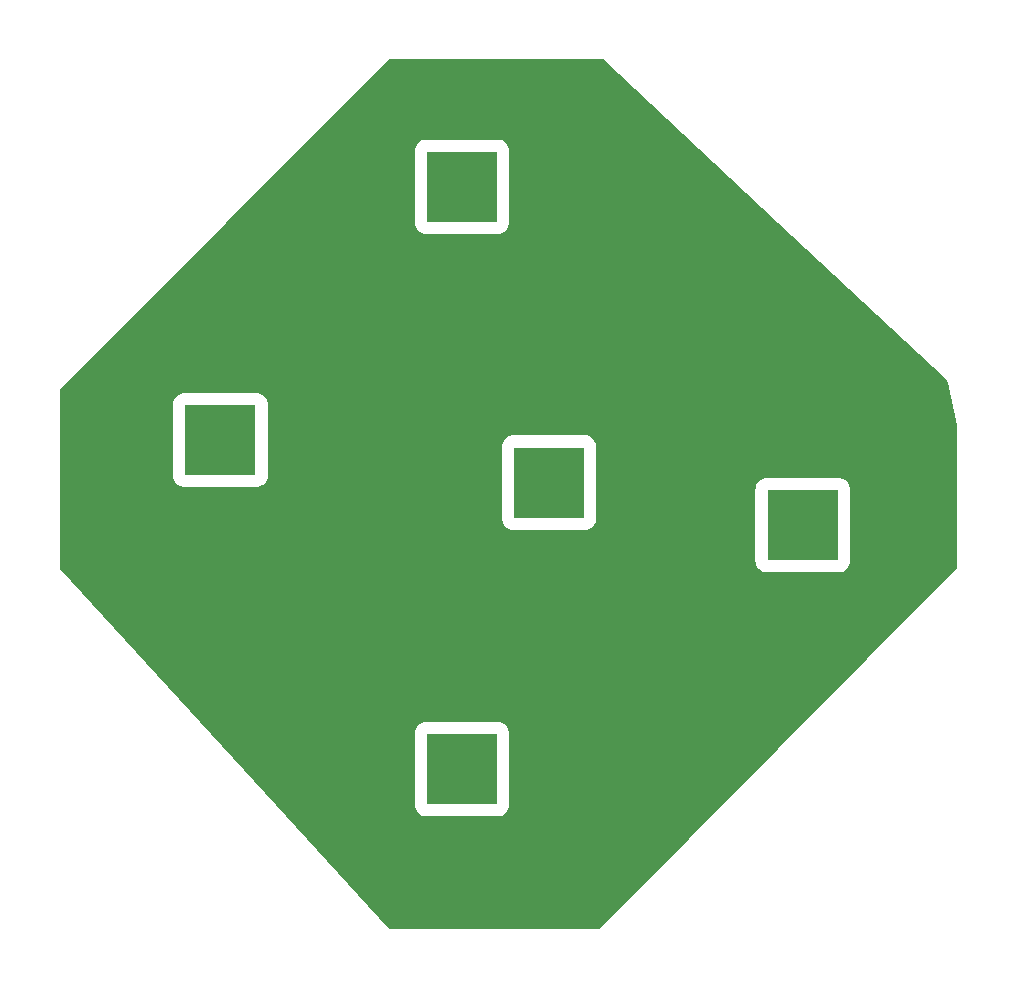
<source format=gbr>
%TF.GenerationSoftware,KiCad,Pcbnew,(6.0.9)*%
%TF.CreationDate,2023-02-05T00:50:23+02:00*%
%TF.ProjectId,power dis,706f7765-7220-4646-9973-2e6b69636164,rev?*%
%TF.SameCoordinates,Original*%
%TF.FileFunction,Copper,L1,Top*%
%TF.FilePolarity,Positive*%
%FSLAX46Y46*%
G04 Gerber Fmt 4.6, Leading zero omitted, Abs format (unit mm)*
G04 Created by KiCad (PCBNEW (6.0.9)) date 2023-02-05 00:50:23*
%MOMM*%
%LPD*%
G01*
G04 APERTURE LIST*
%TA.AperFunction,ComponentPad*%
%ADD10C,6.000000*%
%TD*%
%TA.AperFunction,ComponentPad*%
%ADD11R,6.000000X6.000000*%
%TD*%
G04 APERTURE END LIST*
D10*
%TO.P,J2,N,NEG*%
%TO.N,/+*%
X176174400Y-62318000D03*
D11*
%TO.P,J2,P,POS*%
%TO.N,/-*%
X176174400Y-55118000D03*
%TD*%
D10*
%TO.P,J2,N,NEG*%
%TO.N,/+*%
X225475800Y-55118000D03*
D11*
%TO.P,J2,P,POS*%
%TO.N,/-*%
X225475800Y-62318000D03*
%TD*%
D10*
%TO.P,J2,N,NEG*%
%TO.N,/+*%
X203828200Y-82981800D03*
D11*
%TO.P,J2,P,POS*%
%TO.N,/-*%
X196628200Y-82981800D03*
%TD*%
D10*
%TO.P,J2,N,NEG*%
%TO.N,/+*%
X203828200Y-33680400D03*
D11*
%TO.P,J2,P,POS*%
%TO.N,/-*%
X196628200Y-33680400D03*
%TD*%
D10*
%TO.P,J2,N,NEG*%
%TO.N,/+*%
X196800000Y-58718000D03*
D11*
%TO.P,J2,P,POS*%
%TO.N,/-*%
X204000000Y-58718000D03*
%TD*%
%TA.AperFunction,Conductor*%
%TO.N,/+*%
G36*
X208552501Y-22880002D02*
G01*
X208570294Y-22893834D01*
X223418535Y-36735414D01*
X237680754Y-50030703D01*
X237716372Y-50089620D01*
X237773732Y-50299292D01*
X237774717Y-50303126D01*
X238059807Y-51490613D01*
X238060670Y-51494476D01*
X238308309Y-52690274D01*
X238309051Y-52694162D01*
X238504124Y-53811887D01*
X238506000Y-53833550D01*
X238506000Y-65988118D01*
X238485998Y-66056239D01*
X238469467Y-66076840D01*
X208316967Y-96482722D01*
X208254798Y-96517007D01*
X208227500Y-96520000D01*
X190555427Y-96520000D01*
X190487306Y-96499998D01*
X190462546Y-96479141D01*
X180892981Y-86039616D01*
X192627700Y-86039616D01*
X192638434Y-86159887D01*
X192694459Y-86355270D01*
X192788627Y-86535396D01*
X192917091Y-86692909D01*
X193074604Y-86821373D01*
X193254730Y-86915541D01*
X193450113Y-86971566D01*
X193481745Y-86974389D01*
X193567591Y-86982051D01*
X193567597Y-86982051D01*
X193570384Y-86982300D01*
X199686016Y-86982300D01*
X199688803Y-86982051D01*
X199688809Y-86982051D01*
X199774655Y-86974389D01*
X199806287Y-86971566D01*
X200001670Y-86915541D01*
X200181796Y-86821373D01*
X200339309Y-86692909D01*
X200467773Y-86535396D01*
X200561941Y-86355270D01*
X200617966Y-86159887D01*
X200628700Y-86039616D01*
X200628700Y-79923984D01*
X200617966Y-79803713D01*
X200561941Y-79608330D01*
X200467773Y-79428204D01*
X200339309Y-79270691D01*
X200181796Y-79142227D01*
X200001670Y-79048059D01*
X199806287Y-78992034D01*
X199774655Y-78989211D01*
X199688809Y-78981549D01*
X199688803Y-78981549D01*
X199686016Y-78981300D01*
X193570384Y-78981300D01*
X193567597Y-78981549D01*
X193567591Y-78981549D01*
X193481745Y-78989211D01*
X193450113Y-78992034D01*
X193254730Y-79048059D01*
X193074604Y-79142227D01*
X192917091Y-79270691D01*
X192788627Y-79428204D01*
X192694459Y-79608330D01*
X192638434Y-79803713D01*
X192627700Y-79923984D01*
X192627700Y-86039616D01*
X180892981Y-86039616D01*
X162593119Y-66076130D01*
X162561832Y-66012399D01*
X162560000Y-65990989D01*
X162560000Y-65375816D01*
X221475300Y-65375816D01*
X221486034Y-65496087D01*
X221542059Y-65691470D01*
X221636227Y-65871596D01*
X221764691Y-66029109D01*
X221922204Y-66157573D01*
X222102330Y-66251741D01*
X222297713Y-66307766D01*
X222329345Y-66310589D01*
X222415191Y-66318251D01*
X222415197Y-66318251D01*
X222417984Y-66318500D01*
X228533616Y-66318500D01*
X228536403Y-66318251D01*
X228536409Y-66318251D01*
X228622255Y-66310589D01*
X228653887Y-66307766D01*
X228849270Y-66251741D01*
X229029396Y-66157573D01*
X229186909Y-66029109D01*
X229315373Y-65871596D01*
X229409541Y-65691470D01*
X229465566Y-65496087D01*
X229476300Y-65375816D01*
X229476300Y-59260184D01*
X229465566Y-59139913D01*
X229409541Y-58944530D01*
X229325368Y-58783522D01*
X229318329Y-58770058D01*
X229318328Y-58770057D01*
X229315373Y-58764404D01*
X229186909Y-58606891D01*
X229052325Y-58497127D01*
X229034340Y-58482459D01*
X229034339Y-58482458D01*
X229029396Y-58478427D01*
X228849270Y-58384259D01*
X228653887Y-58328234D01*
X228622255Y-58325411D01*
X228536409Y-58317749D01*
X228536403Y-58317749D01*
X228533616Y-58317500D01*
X222417984Y-58317500D01*
X222415197Y-58317749D01*
X222415191Y-58317749D01*
X222329345Y-58325411D01*
X222297713Y-58328234D01*
X222102330Y-58384259D01*
X221922204Y-58478427D01*
X221917261Y-58482458D01*
X221917260Y-58482459D01*
X221899275Y-58497127D01*
X221764691Y-58606891D01*
X221636227Y-58764404D01*
X221633272Y-58770057D01*
X221633271Y-58770058D01*
X221626232Y-58783522D01*
X221542059Y-58944530D01*
X221486034Y-59139913D01*
X221475300Y-59260184D01*
X221475300Y-65375816D01*
X162560000Y-65375816D01*
X162560000Y-61775816D01*
X199999500Y-61775816D01*
X200010234Y-61896087D01*
X200066259Y-62091470D01*
X200160427Y-62271596D01*
X200288891Y-62429109D01*
X200446404Y-62557573D01*
X200626530Y-62651741D01*
X200821913Y-62707766D01*
X200853545Y-62710589D01*
X200939391Y-62718251D01*
X200939397Y-62718251D01*
X200942184Y-62718500D01*
X207057816Y-62718500D01*
X207060603Y-62718251D01*
X207060609Y-62718251D01*
X207146455Y-62710589D01*
X207178087Y-62707766D01*
X207373470Y-62651741D01*
X207553596Y-62557573D01*
X207711109Y-62429109D01*
X207839573Y-62271596D01*
X207933741Y-62091470D01*
X207989766Y-61896087D01*
X208000500Y-61775816D01*
X208000500Y-55660184D01*
X207989766Y-55539913D01*
X207933741Y-55344530D01*
X207839573Y-55164404D01*
X207711109Y-55006891D01*
X207553596Y-54878427D01*
X207373470Y-54784259D01*
X207178087Y-54728234D01*
X207146455Y-54725411D01*
X207060609Y-54717749D01*
X207060603Y-54717749D01*
X207057816Y-54717500D01*
X200942184Y-54717500D01*
X200939397Y-54717749D01*
X200939391Y-54717749D01*
X200853545Y-54725411D01*
X200821913Y-54728234D01*
X200626530Y-54784259D01*
X200446404Y-54878427D01*
X200288891Y-55006891D01*
X200160427Y-55164404D01*
X200066259Y-55344530D01*
X200010234Y-55539913D01*
X199999500Y-55660184D01*
X199999500Y-61775816D01*
X162560000Y-61775816D01*
X162560000Y-58175816D01*
X172173900Y-58175816D01*
X172184634Y-58296087D01*
X172240659Y-58491470D01*
X172334827Y-58671596D01*
X172463291Y-58829109D01*
X172468231Y-58833138D01*
X172612338Y-58950668D01*
X172620804Y-58957573D01*
X172800930Y-59051741D01*
X172996313Y-59107766D01*
X173027945Y-59110589D01*
X173113791Y-59118251D01*
X173113797Y-59118251D01*
X173116584Y-59118500D01*
X179232216Y-59118500D01*
X179235003Y-59118251D01*
X179235009Y-59118251D01*
X179320855Y-59110589D01*
X179352487Y-59107766D01*
X179547870Y-59051741D01*
X179727996Y-58957573D01*
X179736463Y-58950668D01*
X179880569Y-58833138D01*
X179885509Y-58829109D01*
X180013973Y-58671596D01*
X180108141Y-58491470D01*
X180164166Y-58296087D01*
X180174900Y-58175816D01*
X180174900Y-52060184D01*
X180164166Y-51939913D01*
X180108141Y-51744530D01*
X180013973Y-51564404D01*
X179885509Y-51406891D01*
X179727996Y-51278427D01*
X179547870Y-51184259D01*
X179352487Y-51128234D01*
X179320855Y-51125411D01*
X179235009Y-51117749D01*
X179235003Y-51117749D01*
X179232216Y-51117500D01*
X173116584Y-51117500D01*
X173113797Y-51117749D01*
X173113791Y-51117749D01*
X173027945Y-51125411D01*
X172996313Y-51128234D01*
X172800930Y-51184259D01*
X172620804Y-51278427D01*
X172463291Y-51406891D01*
X172334827Y-51564404D01*
X172240659Y-51744530D01*
X172184634Y-51939913D01*
X172173900Y-52060184D01*
X172173900Y-58175816D01*
X162560000Y-58175816D01*
X162560000Y-50852190D01*
X162580002Y-50784069D01*
X162596905Y-50763095D01*
X176621784Y-36738216D01*
X192627700Y-36738216D01*
X192638434Y-36858487D01*
X192694459Y-37053870D01*
X192788627Y-37233996D01*
X192917091Y-37391509D01*
X193074604Y-37519973D01*
X193254730Y-37614141D01*
X193450113Y-37670166D01*
X193481745Y-37672989D01*
X193567591Y-37680651D01*
X193567597Y-37680651D01*
X193570384Y-37680900D01*
X199686016Y-37680900D01*
X199688803Y-37680651D01*
X199688809Y-37680651D01*
X199774655Y-37672989D01*
X199806287Y-37670166D01*
X200001670Y-37614141D01*
X200181796Y-37519973D01*
X200339309Y-37391509D01*
X200467773Y-37233996D01*
X200561941Y-37053870D01*
X200617966Y-36858487D01*
X200628700Y-36738216D01*
X200628700Y-30622584D01*
X200617966Y-30502313D01*
X200561941Y-30306930D01*
X200467773Y-30126804D01*
X200339309Y-29969291D01*
X200181796Y-29840827D01*
X200001670Y-29746659D01*
X199806287Y-29690634D01*
X199774655Y-29687811D01*
X199688809Y-29680149D01*
X199688803Y-29680149D01*
X199686016Y-29679900D01*
X193570384Y-29679900D01*
X193567597Y-29680149D01*
X193567591Y-29680149D01*
X193481745Y-29687811D01*
X193450113Y-29690634D01*
X193254730Y-29746659D01*
X193074604Y-29840827D01*
X192917091Y-29969291D01*
X192788627Y-30126804D01*
X192694459Y-30306930D01*
X192638434Y-30502313D01*
X192627700Y-30622584D01*
X192627700Y-36738216D01*
X176621784Y-36738216D01*
X190463095Y-22896905D01*
X190525407Y-22862879D01*
X190552190Y-22860000D01*
X208484380Y-22860000D01*
X208552501Y-22880002D01*
G37*
%TD.AperFunction*%
%TD*%
%TA.AperFunction,Conductor*%
%TO.N,/+*%
G36*
X211000000Y-65300000D02*
G01*
X188800000Y-65300000D01*
X188800000Y-61775816D01*
X199999500Y-61775816D01*
X200010234Y-61896087D01*
X200066259Y-62091470D01*
X200160427Y-62271596D01*
X200288891Y-62429109D01*
X200446404Y-62557573D01*
X200626530Y-62651741D01*
X200821913Y-62707766D01*
X200853545Y-62710589D01*
X200939391Y-62718251D01*
X200939397Y-62718251D01*
X200942184Y-62718500D01*
X207057816Y-62718500D01*
X207060603Y-62718251D01*
X207060609Y-62718251D01*
X207146455Y-62710589D01*
X207178087Y-62707766D01*
X207373470Y-62651741D01*
X207553596Y-62557573D01*
X207711109Y-62429109D01*
X207839573Y-62271596D01*
X207933741Y-62091470D01*
X207989766Y-61896087D01*
X208000500Y-61775816D01*
X208000500Y-55660184D01*
X207989766Y-55539913D01*
X207933741Y-55344530D01*
X207839573Y-55164404D01*
X207711109Y-55006891D01*
X207553596Y-54878427D01*
X207373470Y-54784259D01*
X207178087Y-54728234D01*
X207146455Y-54725411D01*
X207060609Y-54717749D01*
X207060603Y-54717749D01*
X207057816Y-54717500D01*
X200942184Y-54717500D01*
X200939397Y-54717749D01*
X200939391Y-54717749D01*
X200853545Y-54725411D01*
X200821913Y-54728234D01*
X200626530Y-54784259D01*
X200446404Y-54878427D01*
X200288891Y-55006891D01*
X200160427Y-55164404D01*
X200066259Y-55344530D01*
X200010234Y-55539913D01*
X199999500Y-55660184D01*
X199999500Y-61775816D01*
X188800000Y-61775816D01*
X188800000Y-52100000D01*
X211000000Y-52100000D01*
X211000000Y-65300000D01*
G37*
%TD.AperFunction*%
%TD*%
M02*

</source>
